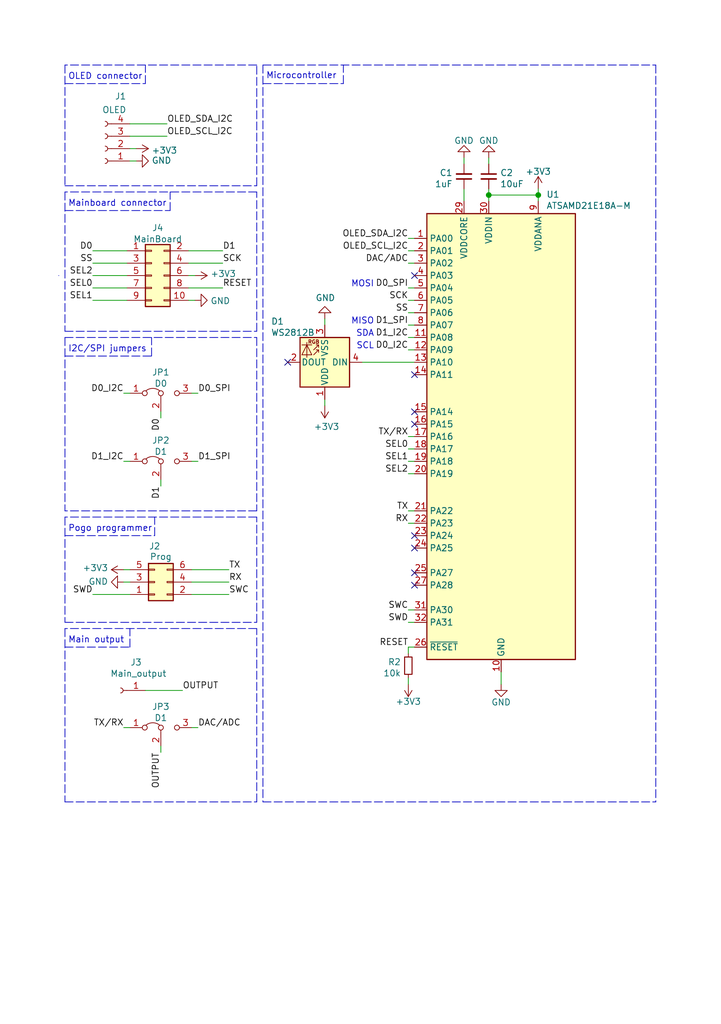
<source format=kicad_sch>
(kicad_sch (version 20210126) (generator eeschema)
  (paper "A5" portrait)
  (title_block (title "Thesis-child") (date "2021-03-11") (rev "0.0.1") (company "Alex Carter") (comment 1 "Based off of M0 Trinket"))
  (lib_symbols
    (symbol "Connector:Conn_01x01_Female" (pin_names (offset 1.016) hide)
      (property "Reference" "J" (at 0 2.54 0))
      (property "Value" "Conn_01x01_Female" (at 0 -2.54 0))
      (symbol "Conn_01x01_Female_1_1"
        (arc (start 0 0.508) (end 0 -0.508) (radius (at 0 0) (length 0.508) (angles 90.1 -90.1)) (stroke (width 0.1524)))
        (polyline (pts (xy -1.27 0) (xy -0.508 0)) (stroke (width 0.1524)))
        (pin passive line (at -5.08 0 0) (length 3.81) (name "Pin_1") (number "1"))
      )
    )
    (symbol "Connector:Conn_01x04_Female" (pin_names (offset 1.016) hide)
      (property "Reference" "J" (at 0 5.08 0))
      (property "Value" "Conn_01x04_Female" (at 0 -7.62 0))
      (symbol "Conn_01x04_Female_1_1"
        (arc (start 0 -4.572) (end 0 -5.588) (radius (at 0 -5.08) (length 0.508) (angles 90.1 -90.1)) (stroke (width 0.1524)))
        (arc (start 0 -2.032) (end 0 -3.048) (radius (at 0 -2.54) (length 0.508) (angles 90.1 -90.1)) (stroke (width 0.1524)))
        (arc (start 0 0.508) (end 0 -0.508) (radius (at 0 0) (length 0.508) (angles 90.1 -90.1)) (stroke (width 0.1524)))
        (arc (start 0 3.048) (end 0 2.032) (radius (at 0 2.54) (length 0.508) (angles 90.1 -90.1)) (stroke (width 0.1524)))
        (polyline (pts (xy -1.27 -5.08) (xy -0.508 -5.08)) (stroke (width 0.1524)))
        (polyline (pts (xy -1.27 -2.54) (xy -0.508 -2.54)) (stroke (width 0.1524)))
        (polyline (pts (xy -1.27 0) (xy -0.508 0)) (stroke (width 0.1524)))
        (polyline (pts (xy -1.27 2.54) (xy -0.508 2.54)) (stroke (width 0.1524)))
        (pin passive line (at -5.08 2.54 0) (length 3.81) (name "Pin_1") (number "1"))
        (pin passive line (at -5.08 0 0) (length 3.81) (name "Pin_2") (number "2"))
        (pin passive line (at -5.08 -2.54 0) (length 3.81) (name "Pin_3") (number "3"))
        (pin passive line (at -5.08 -5.08 0) (length 3.81) (name "Pin_4") (number "4"))
      )
    )
    (symbol "Connector_Generic:Conn_02x03_Odd_Even" (pin_names (offset 1.016) hide)
      (property "Reference" "J" (at 1.27 5.08 0))
      (property "Value" "Conn_02x03_Odd_Even" (at 1.27 -5.08 0))
      (symbol "Conn_02x03_Odd_Even_1_1"
        (rectangle (start -1.27 -2.413) (end 0 -2.667) (stroke (width 0.1524)))
        (rectangle (start -1.27 0.127) (end 0 -0.127) (stroke (width 0.1524)))
        (rectangle (start -1.27 2.667) (end 0 2.413) (stroke (width 0.1524)))
        (rectangle (start 3.81 -2.413) (end 2.54 -2.667) (stroke (width 0.1524)))
        (rectangle (start 3.81 0.127) (end 2.54 -0.127) (stroke (width 0.1524)))
        (rectangle (start 3.81 2.667) (end 2.54 2.413) (stroke (width 0.1524)))
        (rectangle (start -1.27 3.81) (end 3.81 -3.81) (stroke (width 0.254)) (fill (type background)))
        (pin passive line (at -5.08 2.54 0) (length 3.81) (name "Pin_1") (number "1"))
        (pin passive line (at 7.62 2.54 180) (length 3.81) (name "Pin_2") (number "2"))
        (pin passive line (at -5.08 0 0) (length 3.81) (name "Pin_3") (number "3"))
        (pin passive line (at 7.62 0 180) (length 3.81) (name "Pin_4") (number "4"))
        (pin passive line (at -5.08 -2.54 0) (length 3.81) (name "Pin_5") (number "5"))
        (pin passive line (at 7.62 -2.54 180) (length 3.81) (name "Pin_6") (number "6"))
      )
    )
    (symbol "Connector_Generic:Conn_02x05_Odd_Even" (pin_names (offset 1.016) hide)
      (property "Reference" "J" (at 1.27 7.62 0))
      (property "Value" "Conn_02x05_Odd_Even" (at 1.27 -7.62 0))
      (symbol "Conn_02x05_Odd_Even_1_1"
        (rectangle (start -1.27 -4.953) (end 0 -5.207) (stroke (width 0.1524)))
        (rectangle (start -1.27 -2.413) (end 0 -2.667) (stroke (width 0.1524)))
        (rectangle (start -1.27 0.127) (end 0 -0.127) (stroke (width 0.1524)))
        (rectangle (start -1.27 2.667) (end 0 2.413) (stroke (width 0.1524)))
        (rectangle (start -1.27 5.207) (end 0 4.953) (stroke (width 0.1524)))
        (rectangle (start 3.81 -4.953) (end 2.54 -5.207) (stroke (width 0.1524)))
        (rectangle (start 3.81 -2.413) (end 2.54 -2.667) (stroke (width 0.1524)))
        (rectangle (start 3.81 0.127) (end 2.54 -0.127) (stroke (width 0.1524)))
        (rectangle (start 3.81 2.667) (end 2.54 2.413) (stroke (width 0.1524)))
        (rectangle (start 3.81 5.207) (end 2.54 4.953) (stroke (width 0.1524)))
        (rectangle (start -1.27 6.35) (end 3.81 -6.35) (stroke (width 0.254)) (fill (type background)))
        (pin passive line (at -5.08 5.08 0) (length 3.81) (name "Pin_1") (number "1"))
        (pin passive line (at 7.62 -5.08 180) (length 3.81) (name "Pin_10") (number "10"))
        (pin passive line (at 7.62 5.08 180) (length 3.81) (name "Pin_2") (number "2"))
        (pin passive line (at -5.08 2.54 0) (length 3.81) (name "Pin_3") (number "3"))
        (pin passive line (at 7.62 2.54 180) (length 3.81) (name "Pin_4") (number "4"))
        (pin passive line (at -5.08 0 0) (length 3.81) (name "Pin_5") (number "5"))
        (pin passive line (at 7.62 0 180) (length 3.81) (name "Pin_6") (number "6"))
        (pin passive line (at -5.08 -2.54 0) (length 3.81) (name "Pin_7") (number "7"))
        (pin passive line (at 7.62 -2.54 180) (length 3.81) (name "Pin_8") (number "8"))
        (pin passive line (at -5.08 -5.08 0) (length 3.81) (name "Pin_9") (number "9"))
      )
    )
    (symbol "Device:C_Small" (pin_numbers hide) (pin_names (offset 0.254) hide)
      (property "Reference" "C" (at 0.254 1.778 0))
      (property "Value" "C_Small" (at 0.254 -2.032 0))
      (symbol "C_Small_0_1"
        (polyline (pts (xy -1.524 -0.508) (xy 1.524 -0.508)) (stroke (width 0.3302)))
        (polyline (pts (xy -1.524 0.508) (xy 1.524 0.508)) (stroke (width 0.3048)))
      )
      (symbol "C_Small_1_1"
        (pin passive line (at 0 2.54 270) (length 2.032) (name "~") (number "1"))
        (pin passive line (at 0 -2.54 90) (length 2.032) (name "~") (number "2"))
      )
    )
    (symbol "Device:R_Small" (pin_numbers hide) (pin_names (offset 0.254) hide)
      (property "Reference" "R" (at 0.762 0.508 0))
      (property "Value" "R_Small" (at 0.762 -1.016 0))
      (symbol "R_Small_0_1"
        (rectangle (start -0.762 1.778) (end 0.762 -1.778) (stroke (width 0.2032)))
      )
      (symbol "R_Small_1_1"
        (pin passive line (at 0 2.54 270) (length 0.762) (name "~") (number "1"))
        (pin passive line (at 0 -2.54 90) (length 0.762) (name "~") (number "2"))
      )
    )
    (symbol "Jumper:Jumper_3_Bridged12" (pin_names (offset 0) hide)
      (property "Reference" "JP" (at -2.54 -2.54 0))
      (property "Value" "Jumper_3_Bridged12" (at 0 2.794 0))
      (symbol "Jumper_3_Bridged12_0_0"
        (circle (center -3.302 0) (radius 0.508))
        (circle (center 0 0) (radius 0.508))
        (circle (center 3.302 0) (radius 0.508))
      )
      (symbol "Jumper_3_Bridged12_0_1"
        (arc (start -3.048 0.508) (end -0.254 0.508) (radius (at -1.651 -1.27) (length 2.2606) (angles 128.2 51.8)))
        (polyline (pts (xy 0 -1.27) (xy 0 -0.508)))
      )
      (symbol "Jumper_3_Bridged12_1_1"
        (pin passive line (at -6.35 0 0) (length 2.54) (name "A") (number "1"))
        (pin input line (at 0 -3.81 90) (length 2.54) (name "C") (number "2"))
        (pin passive line (at 6.35 0 180) (length 2.54) (name "B") (number "3"))
      )
    )
    (symbol "LED:WS2812B" (pin_names (offset 0.254))
      (property "Reference" "D" (at 5.08 5.715 0))
      (property "Value" "WS2812B" (at 1.27 -5.715 0))
      (symbol "WS2812B_0_0"
        (text "RGB" (at 2.286 -4.191 0) (effects (font (size 0.762 0.762))))
      )
      (symbol "WS2812B_0_1"
        (rectangle (start 5.08 5.08) (end -5.08 -5.08) (stroke (width 0.254)) (fill (type background)))
        (polyline (pts (xy 1.27 -3.556) (xy 1.778 -3.556)))
        (polyline (pts (xy 1.27 -2.54) (xy 1.778 -2.54)))
        (polyline (pts (xy 4.699 -3.556) (xy 2.667 -3.556)))
        (polyline (pts (xy 2.286 -2.54) (xy 1.27 -3.556) (xy 1.27 -3.048)))
        (polyline (pts (xy 2.286 -1.524) (xy 1.27 -2.54) (xy 1.27 -2.032)))
        (polyline (pts (xy 3.683 -1.016) (xy 3.683 -3.556) (xy 3.683 -4.064)))
        (polyline (pts (xy 4.699 -1.524) (xy 2.667 -1.524) (xy 3.683 -3.556) (xy 4.699 -1.524)))
      )
      (symbol "WS2812B_1_1"
        (pin power_in line (at 0 7.62 270) (length 2.54) (name "VDD") (number "1"))
        (pin output line (at 7.62 0 180) (length 2.54) (name "DOUT") (number "2"))
        (pin power_in line (at 0 -7.62 90) (length 2.54) (name "VSS") (number "3"))
        (pin input line (at -7.62 0 0) (length 2.54) (name "DIN") (number "4"))
      )
    )
    (symbol "MCU_Microchip_SAMD:ATSAMD21E18A-M"
      (property "Reference" "U" (at -13.97 46.99 0))
      (property "Value" "ATSAMD21E18A-M" (at 16.51 46.99 0))
      (symbol "ATSAMD21E18A-M_1_1"
        (rectangle (start -15.24 45.72) (end 15.24 -45.72) (stroke (width 0.254)) (fill (type background)))
        (pin bidirectional line (at -17.78 40.64 0) (length 2.54) (name "PA00") (number "1"))
        (pin power_in line (at 0 -48.26 90) (length 2.54) (name "GND") (number "10"))
        (pin bidirectional line (at -17.78 20.32 0) (length 2.54) (name "PA08") (number "11"))
        (pin bidirectional line (at -17.78 17.78 0) (length 2.54) (name "PA09") (number "12"))
        (pin bidirectional line (at -17.78 15.24 0) (length 2.54) (name "PA10") (number "13"))
        (pin bidirectional line (at -17.78 12.7 0) (length 2.54) (name "PA11") (number "14"))
        (pin bidirectional line (at -17.78 5.08 0) (length 2.54) (name "PA14") (number "15"))
        (pin bidirectional line (at -17.78 2.54 0) (length 2.54) (name "PA15") (number "16"))
        (pin bidirectional line (at -17.78 0 0) (length 2.54) (name "PA16") (number "17"))
        (pin bidirectional line (at -17.78 -2.54 0) (length 2.54) (name "PA17") (number "18"))
        (pin bidirectional line (at -17.78 -5.08 0) (length 2.54) (name "PA18") (number "19"))
        (pin bidirectional line (at -17.78 38.1 0) (length 2.54) (name "PA01") (number "2"))
        (pin bidirectional line (at -17.78 -7.62 0) (length 2.54) (name "PA19") (number "20"))
        (pin bidirectional line (at -17.78 -15.24 0) (length 2.54) (name "PA22") (number "21"))
        (pin bidirectional line (at -17.78 -17.78 0) (length 2.54) (name "PA23") (number "22"))
        (pin bidirectional line (at -17.78 -20.32 0) (length 2.54) (name "PA24") (number "23"))
        (pin bidirectional line (at -17.78 -22.86 0) (length 2.54) (name "PA25") (number "24"))
        (pin bidirectional line (at -17.78 -27.94 0) (length 2.54) (name "PA27") (number "25"))
        (pin input line (at -17.78 -43.18 0) (length 2.54) (name "~RESET") (number "26"))
        (pin bidirectional line (at -17.78 -30.48 0) (length 2.54) (name "PA28") (number "27"))
        (pin passive line (at 0 -48.26 90) (length 2.54) hide (name "GND") (number "28"))
        (pin power_out line (at -7.62 48.26 270) (length 2.54) (name "VDDCORE") (number "29"))
        (pin bidirectional line (at -17.78 35.56 0) (length 2.54) (name "PA02") (number "3"))
        (pin power_in line (at -2.54 48.26 270) (length 2.54) (name "VDDIN") (number "30"))
        (pin bidirectional line (at -17.78 -35.56 0) (length 2.54) (name "PA30") (number "31"))
        (pin bidirectional line (at -17.78 -38.1 0) (length 2.54) (name "PA31") (number "32"))
        (pin no_connect line (at 15.24 -43.18 180) (length 2.54) hide (name "EP") (number "33"))
        (pin bidirectional line (at -17.78 33.02 0) (length 2.54) (name "PA03") (number "4"))
        (pin bidirectional line (at -17.78 30.48 0) (length 2.54) (name "PA04") (number "5"))
        (pin bidirectional line (at -17.78 27.94 0) (length 2.54) (name "PA05") (number "6"))
        (pin bidirectional line (at -17.78 25.4 0) (length 2.54) (name "PA06") (number "7"))
        (pin bidirectional line (at -17.78 22.86 0) (length 2.54) (name "PA07") (number "8"))
        (pin power_in line (at 7.62 48.26 270) (length 2.54) (name "VDDANA") (number "9"))
      )
    )
    (symbol "power:+3.3V" (power) (pin_names (offset 0))
      (property "Value" "+3.3V" (at 0 3.556 0))
      (symbol "+3.3V_0_1"
        (polyline (pts (xy -0.762 1.27) (xy 0 2.54)))
        (polyline (pts (xy 0 0) (xy 0 2.54)))
        (polyline (pts (xy 0 2.54) (xy 0.762 1.27)))
      )
      (symbol "+3.3V_1_1"
        (pin power_in line (at 0 0 90) (length 0) hide (name "+3V3") (number "1"))
      )
    )
    (symbol "power:GND" (power) (pin_names (offset 0))
      (property "Value" "GND" (at 0 -3.81 0))
      (symbol "GND_0_1"
        (polyline (pts (xy 0 0) (xy 0 -1.27) (xy 1.27 -1.27) (xy 0 -2.54) (xy -1.27 -1.27) (xy 0 -1.27)))
      )
      (symbol "GND_1_1"
        (pin power_in line (at 0 0 270) (length 0) hide (name "GND") (number "1"))
      )
    )
  )
  (junction (at 100.33 40.005) (diameter 1.016))
  (junction (at 110.49 40.005) (diameter 1.016))
  (no_connect (at 59.055 74.295))
  (no_connect (at 85.09 56.515))
  (no_connect (at 85.09 76.835))
  (no_connect (at 85.09 84.455))
  (no_connect (at 85.09 86.995))
  (no_connect (at 85.09 109.855))
  (no_connect (at 85.09 112.395))
  (no_connect (at 85.09 117.475))
  (no_connect (at 85.09 120.015))
  (wire (pts (xy 19.05 53.975) (xy 26.035 53.975)))
  (wire (pts (xy 25.4 80.645) (xy 26.67 80.645)))
  (wire (pts (xy 25.4 94.615) (xy 26.67 94.615)))
  (wire (pts (xy 25.4 116.84) (xy 26.67 116.84)))
  (wire (pts (xy 25.4 149.225) (xy 26.67 149.225)))
  (wire (pts (xy 26.035 51.435) (xy 19.05 51.435)))
  (wire (pts (xy 26.035 56.515) (xy 19.05 56.515)))
  (wire (pts (xy 26.035 59.055) (xy 19.05 59.055)))
  (wire (pts (xy 26.035 61.595) (xy 19.05 61.595)))
  (wire (pts (xy 26.67 25.4) (xy 34.29 25.4)))
  (wire (pts (xy 26.67 27.94) (xy 34.29 27.94)))
  (wire (pts (xy 26.67 30.48) (xy 27.94 30.48)))
  (wire (pts (xy 26.67 33.02) (xy 27.94 33.02)))
  (wire (pts (xy 26.67 119.38) (xy 25.4 119.38)))
  (wire (pts (xy 26.67 121.92) (xy 19.05 121.92)))
  (wire (pts (xy 29.845 141.605) (xy 37.465 141.605)))
  (wire (pts (xy 33.02 84.455) (xy 33.02 85.725)))
  (wire (pts (xy 33.02 98.425) (xy 33.02 99.695)))
  (wire (pts (xy 33.02 153.035) (xy 33.02 154.305)))
  (wire (pts (xy 38.735 56.515) (xy 40.005 56.515)))
  (wire (pts (xy 39.37 80.645) (xy 40.64 80.645)))
  (wire (pts (xy 39.37 94.615) (xy 40.64 94.615)))
  (wire (pts (xy 39.37 119.38) (xy 46.99 119.38)))
  (wire (pts (xy 39.37 149.225) (xy 40.64 149.225)))
  (wire (pts (xy 40.005 61.595) (xy 38.735 61.595)))
  (wire (pts (xy 45.72 51.435) (xy 38.735 51.435)))
  (wire (pts (xy 45.72 53.975) (xy 38.735 53.975)))
  (wire (pts (xy 45.72 59.055) (xy 38.735 59.055)))
  (wire (pts (xy 46.99 116.84) (xy 39.37 116.84)))
  (wire (pts (xy 46.99 121.92) (xy 39.37 121.92)))
  (wire (pts (xy 66.675 66.675) (xy 66.675 65.405)))
  (wire (pts (xy 66.675 83.185) (xy 66.675 81.915)))
  (wire (pts (xy 74.295 74.295) (xy 85.09 74.295)))
  (wire (pts (xy 83.82 48.895) (xy 85.09 48.895)))
  (wire (pts (xy 83.82 51.435) (xy 85.09 51.435)))
  (wire (pts (xy 83.82 53.975) (xy 85.09 53.975)))
  (wire (pts (xy 83.82 59.055) (xy 85.09 59.055)))
  (wire (pts (xy 83.82 61.595) (xy 85.09 61.595)))
  (wire (pts (xy 83.82 64.135) (xy 85.09 64.135)))
  (wire (pts (xy 83.82 66.675) (xy 85.09 66.675)))
  (wire (pts (xy 83.82 69.215) (xy 85.09 69.215)))
  (wire (pts (xy 83.82 71.755) (xy 85.09 71.755)))
  (wire (pts (xy 83.82 89.535) (xy 85.09 89.535)))
  (wire (pts (xy 83.82 92.075) (xy 85.09 92.075)))
  (wire (pts (xy 83.82 94.615) (xy 85.09 94.615)))
  (wire (pts (xy 83.82 97.155) (xy 85.09 97.155)))
  (wire (pts (xy 83.82 104.775) (xy 85.09 104.775)))
  (wire (pts (xy 83.82 107.315) (xy 85.09 107.315)))
  (wire (pts (xy 83.82 125.095) (xy 85.09 125.095)))
  (wire (pts (xy 83.82 127.635) (xy 85.09 127.635)))
  (wire (pts (xy 83.82 132.715) (xy 83.82 133.985)))
  (wire (pts (xy 83.82 132.715) (xy 85.09 132.715)))
  (wire (pts (xy 83.82 140.335) (xy 83.82 139.065)))
  (wire (pts (xy 95.25 32.385) (xy 95.25 33.655)))
  (wire (pts (xy 95.25 38.735) (xy 95.25 41.275)))
  (wire (pts (xy 100.33 32.385) (xy 100.33 33.655)))
  (wire (pts (xy 100.33 38.735) (xy 100.33 40.005)))
  (wire (pts (xy 100.33 40.005) (xy 100.33 41.275)))
  (wire (pts (xy 100.33 40.005) (xy 110.49 40.005)))
  (wire (pts (xy 102.87 137.795) (xy 102.87 140.335)))
  (wire (pts (xy 110.49 38.735) (xy 110.49 40.005)))
  (wire (pts (xy 110.49 41.275) (xy 110.49 40.005)))
  (polyline (pts (xy 12.065 56.515) (xy 12.065 56.515)) (stroke (width 0) (type dash)))
  (polyline (pts (xy 13.335 13.335) (xy 13.335 38.1)) (stroke (width 0) (type dash)))
  (polyline (pts (xy 13.335 17.145) (xy 29.845 17.145)) (stroke (width 0) (type dash)))
  (polyline (pts (xy 13.335 38.1) (xy 52.705 38.1)) (stroke (width 0) (type dash)))
  (polyline (pts (xy 13.335 39.37) (xy 13.335 67.945)) (stroke (width 0) (type dash)))
  (polyline (pts (xy 13.335 43.18) (xy 34.925 43.18)) (stroke (width 0) (type dash)))
  (polyline (pts (xy 13.335 67.945) (xy 52.705 67.945)) (stroke (width 0) (type dash)))
  (polyline (pts (xy 13.335 69.215) (xy 13.335 104.775)) (stroke (width 0) (type dash)))
  (polyline (pts (xy 13.335 69.215) (xy 52.705 69.215)) (stroke (width 0) (type dash)))
  (polyline (pts (xy 13.335 73.025) (xy 31.115 73.025)) (stroke (width 0) (type dash)))
  (polyline (pts (xy 13.335 106.045) (xy 13.335 127.635)) (stroke (width 0) (type dash)))
  (polyline (pts (xy 13.335 109.855) (xy 31.75 109.855)) (stroke (width 0) (type dash)))
  (polyline (pts (xy 13.335 127.635) (xy 52.705 127.635)) (stroke (width 0) (type dash)))
  (polyline (pts (xy 13.335 128.905) (xy 13.335 164.465)) (stroke (width 0) (type dash)))
  (polyline (pts (xy 13.335 132.715) (xy 26.67 132.715)) (stroke (width 0) (type dash)))
  (polyline (pts (xy 13.335 164.465) (xy 52.705 164.465)) (stroke (width 0) (type dash)))
  (polyline (pts (xy 26.67 132.715) (xy 26.67 128.905)) (stroke (width 0) (type dash)))
  (polyline (pts (xy 29.845 17.145) (xy 29.845 13.335)) (stroke (width 0) (type dash)))
  (polyline (pts (xy 31.115 73.025) (xy 31.115 69.215)) (stroke (width 0) (type dash)))
  (polyline (pts (xy 31.75 109.855) (xy 31.75 106.045)) (stroke (width 0) (type dash)))
  (polyline (pts (xy 34.925 43.18) (xy 34.925 39.37)) (stroke (width 0) (type dash)))
  (polyline (pts (xy 52.705 13.335) (xy 13.335 13.335)) (stroke (width 0) (type dash)))
  (polyline (pts (xy 52.705 38.1) (xy 52.705 13.335)) (stroke (width 0) (type dash)))
  (polyline (pts (xy 52.705 39.37) (xy 13.335 39.37)) (stroke (width 0) (type dash)))
  (polyline (pts (xy 52.705 67.945) (xy 52.705 39.37)) (stroke (width 0) (type dash)))
  (polyline (pts (xy 52.705 69.215) (xy 52.705 104.775)) (stroke (width 0) (type dash)))
  (polyline (pts (xy 52.705 104.775) (xy 13.335 104.775)) (stroke (width 0) (type dash)))
  (polyline (pts (xy 52.705 106.045) (xy 13.335 106.045)) (stroke (width 0) (type dash)))
  (polyline (pts (xy 52.705 127.635) (xy 52.705 106.045)) (stroke (width 0) (type dash)))
  (polyline (pts (xy 52.705 128.905) (xy 13.335 128.905)) (stroke (width 0) (type dash)))
  (polyline (pts (xy 52.705 164.465) (xy 52.705 128.905)) (stroke (width 0) (type dash)))
  (polyline (pts (xy 53.975 13.335) (xy 53.975 164.465)) (stroke (width 0) (type dash)))
  (polyline (pts (xy 53.975 13.335) (xy 134.62 13.335)) (stroke (width 0) (type dash)))
  (polyline (pts (xy 53.975 17.145) (xy 70.485 17.145)) (stroke (width 0) (type dash)))
  (polyline (pts (xy 53.975 164.465) (xy 134.62 164.465)) (stroke (width 0) (type dash)))
  (polyline (pts (xy 70.485 17.145) (xy 70.485 13.335)) (stroke (width 0) (type dash)))
  (polyline (pts (xy 134.62 13.335) (xy 134.62 164.465)) (stroke (width 0) (type dash)))
  (text "OLED connector\n" (at 13.97 16.51 0) (effects (font (size 1.27 1.27)) (justify left bottom)))
  (text "Mainboard connector\n" (at 13.97 42.545 0) (effects (font (size 1.27 1.27)) (justify left bottom)))
  (text "I2C/SPI jumpers\n" (at 13.97 72.39 0) (effects (font (size 1.27 1.27)) (justify left bottom)))
  (text "Pogo programmer" (at 13.97 109.22 0) (effects (font (size 1.27 1.27)) (justify left bottom)))
  (text "Main output\n" (at 13.97 132.08 0) (effects (font (size 1.27 1.27)) (justify left bottom)))
  (text "Microcontroller\n\n" (at 54.61 18.415 0) (effects (font (size 1.27 1.27)) (justify left bottom)))
  (text "MOSI" (at 76.835 59.055 180) (effects (font (size 1.27 1.27)) (justify right bottom)))
  (text "MISO" (at 76.835 66.675 180) (effects (font (size 1.27 1.27)) (justify right bottom)))
  (text "SDA" (at 76.835 69.215 180) (effects (font (size 1.27 1.27)) (justify right bottom)))
  (text "SCL" (at 76.835 71.755 180) (effects (font (size 1.27 1.27)) (justify right bottom)))
  (label "D0" (at 19.05 51.435 180))
  (label "SS" (at 19.05 53.975 180))
  (label "SEL2" (at 19.05 56.515 180))
  (label "SEL0" (at 19.05 59.055 180))
  (label "SEL1" (at 19.05 61.595 180))
  (label "SWD" (at 19.05 121.92 180))
  (label "D0_I2C" (at 25.4 80.645 180))
  (label "D1_I2C" (at 25.4 94.615 180))
  (label "TX{slash}RX" (at 25.4 149.225 180))
  (label "D0" (at 33.02 85.725 270))
  (label "D1" (at 33.02 99.695 270))
  (label "OUTPUT" (at 33.02 154.305 270))
  (label "OLED_SDA_I2C" (at 34.29 25.4 0))
  (label "OLED_SCL_I2C" (at 34.29 27.94 0))
  (label "OUTPUT" (at 37.465 141.605 0))
  (label "D0_SPI" (at 40.64 80.645 0))
  (label "D1_SPI" (at 40.64 94.615 0))
  (label "DAC{slash}ADC" (at 40.64 149.225 0))
  (label "D1" (at 45.72 51.435 0))
  (label "SCK" (at 45.72 53.975 0))
  (label "RESET" (at 45.72 59.055 0))
  (label "TX" (at 46.99 116.84 0))
  (label "RX" (at 46.99 119.38 0))
  (label "SWC" (at 46.99 121.92 0))
  (label "OLED_SDA_I2C" (at 83.82 48.895 180))
  (label "OLED_SCL_I2C" (at 83.82 51.435 180))
  (label "DAC{slash}ADC" (at 83.82 53.975 180))
  (label "D0_SPI" (at 83.82 59.055 180))
  (label "SCK" (at 83.82 61.595 180))
  (label "SS" (at 83.82 64.135 180))
  (label "D1_SPI" (at 83.82 66.675 180))
  (label "D1_I2C" (at 83.82 69.215 180))
  (label "D0_I2C" (at 83.82 71.755 180))
  (label "TX{slash}RX" (at 83.82 89.535 180))
  (label "SEL0" (at 83.82 92.075 180))
  (label "SEL1" (at 83.82 94.615 180))
  (label "SEL2" (at 83.82 97.155 180))
  (label "TX" (at 83.82 104.775 180))
  (label "RX" (at 83.82 107.315 180))
  (label "SWC" (at 83.82 125.095 180))
  (label "SWD" (at 83.82 127.635 180))
  (label "RESET" (at 83.82 132.715 180))
  (symbol (lib_id "power:+3.3V") (at 25.4 116.84 90) (unit 1)
    (property "Reference" "#PWR0112" (effects hide))
    (property "Value" "+3.3V" (at 22.2249 116.4717 90) (effects (justify left)))
  )
  (symbol (lib_id "power:+3.3V") (at 27.94 30.48 270) (unit 1)
    (property "Reference" "#PWR0104" (effects hide))
    (property "Value" "+3.3V" (at 31.1151 30.8483 90) (effects (justify left)))
  )
  (symbol (lib_id "power:+3.3V") (at 40.005 56.515 270) (mirror x) (unit 1)
    (property "Reference" "#PWR0116" (effects hide))
    (property "Value" "+3.3V" (at 43.1801 56.1467 90) (effects (justify left)))
  )
  (symbol (lib_id "power:+3.3V") (at 66.675 83.185 0) (mirror x) (unit 1)
    (property "Reference" "#PWR0107" (effects hide))
    (property "Value" "+3.3V" (at 67.0433 87.5094 0))
  )
  (symbol (lib_id "power:+3.3V") (at 83.82 140.335 180) (unit 1)
    (property "Reference" "#PWR0108" (effects hide))
    (property "Value" "+3.3V" (at 83.82 143.8824 0))
  )
  (symbol (lib_id "power:+3.3V") (at 110.49 38.735 0) (unit 1)
    (property "Reference" "#PWR0101" (effects hide))
    (property "Value" "+3.3V" (at 110.49 35.1876 0))
  )
  (symbol (lib_id "Connector:Conn_01x01_Female") (at 24.765 141.605 0) (mirror y) (unit 1)
    (property "Reference" "J3" (at 29.1337 135.8328 0) (effects (justify left)))
    (property "Value" "Main_output" (at 34.214 138.132 0) (effects (justify left)))
    (property "Footprint" "Connector_PinHeader_2.00mm:PinHeader_1x01_P2.00mm_Vertical" (effects hide))
  )
  (symbol (lib_id "power:GND") (at 25.4 119.38 270) (mirror x) (unit 1)
    (property "Reference" "#PWR0114" (effects hide))
    (property "Value" "GND" (at 22.225 119.2657 90) (effects (justify right)))
  )
  (symbol (lib_id "power:GND") (at 27.94 33.02 90) (unit 1)
    (property "Reference" "#PWR0105" (effects hide))
    (property "Value" "GND" (at 31.1151 32.9057 90) (effects (justify right)))
  )
  (symbol (lib_id "power:GND") (at 40.005 61.595 90) (mirror x) (unit 1)
    (property "Reference" "#PWR0110" (effects hide))
    (property "Value" "GND" (at 43.18 61.7093 90) (effects (justify right)))
  )
  (symbol (lib_id "power:GND") (at 66.675 65.405 0) (mirror x) (unit 1)
    (property "Reference" "#PWR0109" (effects hide))
    (property "Value" "GND" (at 66.7893 61.0806 0))
  )
  (symbol (lib_id "power:GND") (at 95.25 32.385 180) (unit 1)
    (property "Reference" "#PWR0103" (effects hide))
    (property "Value" "GND" (at 95.25 28.8376 0))
  )
  (symbol (lib_id "power:GND") (at 100.33 32.385 180) (unit 1)
    (property "Reference" "#PWR0102" (effects hide))
    (property "Value" "GND" (at 100.33 28.8376 0))
  )
  (symbol (lib_id "power:GND") (at 102.87 140.335 0) (unit 1)
    (property "Reference" "#PWR0106" (effects hide))
    (property "Value" "GND" (at 102.87 144.0244 0))
  )
  (symbol (lib_id "Device:R_Small") (at 83.82 136.525 0) (mirror x) (unit 1)
    (property "Reference" "R2" (at 82.3214 135.7641 0) (effects (justify right)))
    (property "Value" "10k" (at 82.3214 138.0628 0) (effects (justify right)))
    (property "Footprint" "Resistor_SMD:R_0603_1608Metric" (effects hide))
  )
  (symbol (lib_id "Device:C_Small") (at 95.25 36.195 0) (mirror x) (unit 1)
    (property "Reference" "C1" (at 92.9259 35.4341 0) (effects (justify right)))
    (property "Value" "1uF" (at 92.9259 37.7328 0) (effects (justify right)))
    (property "Footprint" "Capacitor_SMD:C_0603_1608Metric" (effects hide))
  )
  (symbol (lib_id "Device:C_Small") (at 100.33 36.195 0) (unit 1)
    (property "Reference" "C2" (at 102.6542 35.4341 0) (effects (justify left)))
    (property "Value" "10uF" (at 102.6542 37.7328 0) (effects (justify left)))
    (property "Footprint" "Capacitor_SMD:C_0603_1608Metric" (effects hide))
  )
  (symbol (lib_id "Connector:Conn_01x04_Female") (at 21.59 30.48 180) (unit 1)
    (property "Reference" "J1" (at 25.9587 19.7422 0) (effects (justify left)))
    (property "Value" "OLED" (at 25.959 22.523 0) (effects (justify left)))
    (property "Footprint" "Connector_PinHeader_2.00mm:PinHeader_1x04_P2.00mm_Vertical_SMD_Pin1Left" (effects hide))
  )
  (symbol (lib_id "Jumper:Jumper_3_Bridged12") (at 33.02 80.645 0) (unit 1)
    (property "Reference" "JP1" (at 33.02 76.3482 0))
    (property "Value" "D0" (at 33.02 78.6469 0))
    (property "Footprint" "Jumper:SolderJumper-3_P1.3mm_Bridged12_Pad1.0x1.5mm" (effects hide))
  )
  (symbol (lib_id "Jumper:Jumper_3_Bridged12") (at 33.02 94.615 0) (unit 1)
    (property "Reference" "JP2" (at 33.02 90.3182 0))
    (property "Value" "D1" (at 33.02 92.6169 0))
    (property "Footprint" "Jumper:SolderJumper-3_P1.3mm_Bridged12_Pad1.0x1.5mm" (effects hide))
  )
  (symbol (lib_id "Jumper:Jumper_3_Bridged12") (at 33.02 149.225 0) (unit 1)
    (property "Reference" "JP3" (at 33.02 144.9282 0))
    (property "Value" "D1" (at 33.02 147.2269 0))
    (property "Footprint" "Jumper:SolderJumper-3_P1.3mm_Bridged12_Pad1.0x1.5mm" (effects hide))
  )
  (symbol (lib_id "Connector_Generic:Conn_02x03_Odd_Even") (at 31.75 119.38 0) (mirror x) (unit 1)
    (property "Reference" "J2" (at 31.75 112.0182 0))
    (property "Value" "Prog" (at 33.02 114.1645 0))
    (property "Footprint" "Connector:Tag-Connect_TC2030-IDC-NL_2x03_P1.27mm_Vertical" (effects hide))
  )
  (symbol (lib_id "Connector_Generic:Conn_02x05_Odd_Even") (at 31.115 56.515 0) (unit 1)
    (property "Reference" "J4" (at 32.385 46.7318 0))
    (property "Value" "MainBoard" (at 32.385 49.0305 0))
    (property "Footprint" "Connector_PinSocket_2.54mm:PinSocket_2x05_P2.54mm_Vertical_SMD" (effects hide))
  )
  (symbol (lib_id "LED:WS2812B") (at 66.675 74.295 180) (unit 1)
    (property "Reference" "D1" (at 55.6261 65.9141 0) (effects (justify right)))
    (property "Value" "WS2812B" (at 55.6261 68.2128 0) (effects (justify right)))
    (property "Footprint" "LED_SMD:LED_WS2812B_PLCC4_5.0x5.0mm_P3.2mm" (effects hide))
    (property "Datasheet" "https://cdn-shop.adafruit.com/datasheets/WS2812B.pdf" (effects hide))
  )
  (symbol (lib_id "MCU_Microchip_SAMD:ATSAMD21E18A-M") (at 102.87 89.535 0) (unit 1)
    (property "Reference" "U1" (at 112.1411 39.8791 0) (effects (justify left)))
    (property "Value" "ATSAMD21E18A-M" (at 112.1411 42.1778 0) (effects (justify left)))
    (property "Footprint" "Package_DFN_QFN:QFN-32-1EP_5x5mm_P0.5mm_EP3.6x3.6mm" (effects hide))
    (property "Datasheet" "http://ww1.microchip.com/downloads/en/DeviceDoc/SAM_D21_DA1_Family_Data%20Sheet_DS40001882E.pdf" (effects hide))
  )
)
</source>
